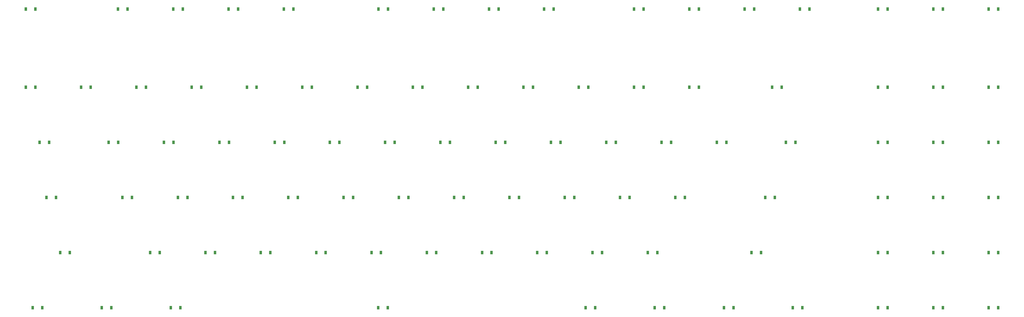
<source format=gbp>
%TF.GenerationSoftware,KiCad,Pcbnew,(5.1.8)-1*%
%TF.CreationDate,2020-11-30T17:03:09-06:00*%
%TF.ProjectId,customKeyboardV2.5,63757374-6f6d-44b6-9579-626f61726456,rev?*%
%TF.SameCoordinates,Original*%
%TF.FileFunction,Paste,Bot*%
%TF.FilePolarity,Positive*%
%FSLAX46Y46*%
G04 Gerber Fmt 4.6, Leading zero omitted, Abs format (unit mm)*
G04 Created by KiCad (PCBNEW (5.1.8)-1) date 2020-11-30 17:03:09*
%MOMM*%
%LPD*%
G01*
G04 APERTURE LIST*
%ADD10R,0.900000X1.200000*%
G04 APERTURE END LIST*
D10*
%TO.C,D66*%
X292162500Y-83343750D03*
X288862500Y-83343750D03*
%TD*%
%TO.C,D92*%
X385782500Y-140493750D03*
X382482500Y-140493750D03*
%TD*%
%TO.C,D91*%
X385825000Y-121443750D03*
X382525000Y-121443750D03*
%TD*%
%TO.C,D90*%
X385825000Y-102393750D03*
X382525000Y-102393750D03*
%TD*%
%TO.C,D89*%
X385825000Y-83343750D03*
X382525000Y-83343750D03*
%TD*%
%TO.C,D88*%
X385825000Y-64293750D03*
X382525000Y-64293750D03*
%TD*%
%TO.C,D87*%
X385825000Y-37306250D03*
X382525000Y-37306250D03*
%TD*%
%TO.C,D86*%
X366775000Y-140493750D03*
X363475000Y-140493750D03*
%TD*%
%TO.C,D85*%
X366775000Y-121443750D03*
X363475000Y-121443750D03*
%TD*%
%TO.C,D84*%
X366775000Y-102393750D03*
X363475000Y-102393750D03*
%TD*%
%TO.C,D83*%
X366775000Y-83343750D03*
X363475000Y-83343750D03*
%TD*%
%TO.C,D82*%
X366775000Y-64293750D03*
X363475000Y-64293750D03*
%TD*%
%TO.C,D81*%
X366775000Y-37306250D03*
X363475000Y-37306250D03*
%TD*%
%TO.C,D80*%
X347725000Y-140493750D03*
X344425000Y-140493750D03*
%TD*%
%TO.C,D79*%
X347725000Y-121443750D03*
X344425000Y-121443750D03*
%TD*%
%TO.C,D78*%
X347725000Y-102393750D03*
X344425000Y-102393750D03*
%TD*%
%TO.C,D77*%
X347725000Y-83343750D03*
X344425000Y-83343750D03*
%TD*%
%TO.C,D76*%
X347725000Y-64293750D03*
X344425000Y-64293750D03*
%TD*%
%TO.C,D75*%
X347725000Y-37306250D03*
X344425000Y-37306250D03*
%TD*%
%TO.C,D73*%
X311212500Y-64293750D03*
X307912500Y-64293750D03*
%TD*%
%TO.C,D74*%
X320737500Y-37306250D03*
X317437500Y-37306250D03*
%TD*%
%TO.C,D72*%
X315975000Y-83343750D03*
X312675000Y-83343750D03*
%TD*%
%TO.C,D71*%
X308831250Y-102393750D03*
X305531250Y-102393750D03*
%TD*%
%TO.C,D70*%
X318356250Y-140493750D03*
X315056250Y-140493750D03*
%TD*%
%TO.C,D69*%
X304068750Y-121443750D03*
X300768750Y-121443750D03*
%TD*%
%TO.C,D67*%
X282637500Y-64293750D03*
X279337500Y-64293750D03*
%TD*%
%TO.C,D68*%
X301687500Y-37306250D03*
X298387500Y-37306250D03*
%TD*%
%TO.C,D65*%
X277875000Y-102393750D03*
X274575000Y-102393750D03*
%TD*%
%TO.C,D62*%
X273112500Y-83343750D03*
X269812500Y-83343750D03*
%TD*%
%TO.C,D63*%
X294606250Y-140493750D03*
X291306250Y-140493750D03*
%TD*%
%TO.C,D61*%
X263650000Y-64293750D03*
X260350000Y-64293750D03*
%TD*%
%TO.C,D64*%
X282637500Y-37306250D03*
X279337500Y-37306250D03*
%TD*%
%TO.C,D60*%
X268350000Y-121443750D03*
X265050000Y-121443750D03*
%TD*%
%TO.C,D59*%
X258825000Y-102393750D03*
X255525000Y-102393750D03*
%TD*%
%TO.C,D57*%
X254062500Y-83343750D03*
X250762500Y-83343750D03*
%TD*%
%TO.C,D56*%
X244537500Y-64293750D03*
X241237500Y-64293750D03*
%TD*%
%TO.C,D58*%
X263587500Y-37306250D03*
X260287500Y-37306250D03*
%TD*%
%TO.C,D55*%
X249300000Y-121443750D03*
X246000000Y-121443750D03*
%TD*%
%TO.C,D54*%
X270731250Y-140493750D03*
X267431250Y-140493750D03*
%TD*%
%TO.C,D53*%
X239775000Y-102393750D03*
X236475000Y-102393750D03*
%TD*%
%TO.C,D52*%
X235012500Y-83343750D03*
X231712500Y-83343750D03*
%TD*%
%TO.C,D51*%
X225550000Y-64293750D03*
X222250000Y-64293750D03*
%TD*%
%TO.C,D50*%
X230250000Y-121443750D03*
X226950000Y-121443750D03*
%TD*%
%TO.C,D49*%
X232631250Y-37306250D03*
X229331250Y-37306250D03*
%TD*%
%TO.C,D48*%
X246918750Y-140493750D03*
X243618750Y-140493750D03*
%TD*%
%TO.C,D47*%
X220725000Y-102393750D03*
X217425000Y-102393750D03*
%TD*%
%TO.C,D46*%
X215962500Y-83343750D03*
X212662500Y-83343750D03*
%TD*%
%TO.C,D45*%
X206437500Y-64293750D03*
X203137500Y-64293750D03*
%TD*%
%TO.C,D44*%
X211262500Y-121443750D03*
X207962500Y-121443750D03*
%TD*%
%TO.C,D43*%
X213643750Y-37306250D03*
X210343750Y-37306250D03*
%TD*%
%TO.C,D42*%
X201675000Y-102393750D03*
X198375000Y-102393750D03*
%TD*%
%TO.C,D41*%
X196912500Y-83343750D03*
X193612500Y-83343750D03*
%TD*%
%TO.C,D40*%
X187387500Y-64293750D03*
X184087500Y-64293750D03*
%TD*%
%TO.C,D39*%
X192212500Y-121443750D03*
X188912500Y-121443750D03*
%TD*%
%TO.C,D38*%
X194593750Y-37306250D03*
X191293750Y-37306250D03*
%TD*%
%TO.C,D37*%
X182625000Y-102393750D03*
X179325000Y-102393750D03*
%TD*%
%TO.C,D36*%
X177862500Y-83343750D03*
X174562500Y-83343750D03*
%TD*%
%TO.C,D35*%
X168337500Y-64293750D03*
X165037500Y-64293750D03*
%TD*%
%TO.C,D34*%
X173162500Y-121443750D03*
X169862500Y-121443750D03*
%TD*%
%TO.C,D33*%
X175481250Y-140493750D03*
X172181250Y-140493750D03*
%TD*%
%TO.C,D32*%
X175543750Y-37306250D03*
X172243750Y-37306250D03*
%TD*%
%TO.C,D31*%
X163575000Y-102393750D03*
X160275000Y-102393750D03*
%TD*%
%TO.C,D30*%
X158812500Y-83343750D03*
X155512500Y-83343750D03*
%TD*%
%TO.C,D29*%
X149350000Y-64293750D03*
X146050000Y-64293750D03*
%TD*%
%TO.C,D28*%
X154112500Y-121443750D03*
X150812500Y-121443750D03*
%TD*%
%TO.C,D27*%
X144525000Y-102393750D03*
X141225000Y-102393750D03*
%TD*%
%TO.C,D26*%
X139825000Y-83343750D03*
X136525000Y-83343750D03*
%TD*%
%TO.C,D24*%
X142937500Y-37306250D03*
X139637500Y-37306250D03*
%TD*%
%TO.C,D25*%
X130300000Y-64293750D03*
X127000000Y-64293750D03*
%TD*%
%TO.C,D23*%
X135000000Y-121443750D03*
X131700000Y-121443750D03*
%TD*%
%TO.C,D22*%
X125475000Y-102393750D03*
X122175000Y-102393750D03*
%TD*%
%TO.C,D21*%
X120775000Y-83343750D03*
X117475000Y-83343750D03*
%TD*%
%TO.C,D19*%
X123950000Y-37306250D03*
X120650000Y-37306250D03*
%TD*%
%TO.C,D20*%
X111250000Y-64293750D03*
X107950000Y-64293750D03*
%TD*%
%TO.C,D18*%
X104043750Y-140493750D03*
X100743750Y-140493750D03*
%TD*%
%TO.C,D17*%
X115950000Y-121443750D03*
X112650000Y-121443750D03*
%TD*%
%TO.C,D16*%
X106487500Y-102393750D03*
X103187500Y-102393750D03*
%TD*%
%TO.C,D15*%
X101662500Y-83343750D03*
X98362500Y-83343750D03*
%TD*%
%TO.C,D13*%
X104837500Y-37306250D03*
X101537500Y-37306250D03*
%TD*%
%TO.C,D14*%
X92200000Y-64293750D03*
X88900000Y-64293750D03*
%TD*%
%TO.C,D12*%
X96900000Y-121443750D03*
X93600000Y-121443750D03*
%TD*%
%TO.C,D11*%
X80231250Y-140493750D03*
X76931250Y-140493750D03*
%TD*%
%TO.C,D10*%
X87375000Y-102393750D03*
X84075000Y-102393750D03*
%TD*%
%TO.C,D9*%
X82612500Y-83343750D03*
X79312500Y-83343750D03*
%TD*%
%TO.C,D7*%
X85850000Y-37306250D03*
X82550000Y-37306250D03*
%TD*%
%TO.C,D8*%
X73087500Y-64293750D03*
X69787500Y-64293750D03*
%TD*%
%TO.C,D6*%
X65943750Y-121443750D03*
X62643750Y-121443750D03*
%TD*%
%TO.C,D5*%
X56418750Y-140493750D03*
X53118750Y-140493750D03*
%TD*%
%TO.C,D4*%
X61181250Y-102393750D03*
X57881250Y-102393750D03*
%TD*%
%TO.C,D3*%
X58800000Y-83343750D03*
X55500000Y-83343750D03*
%TD*%
%TO.C,D2*%
X54037500Y-64293750D03*
X50737500Y-64293750D03*
%TD*%
%TO.C,D1*%
X54037500Y-37306250D03*
X50737500Y-37306250D03*
%TD*%
M02*

</source>
